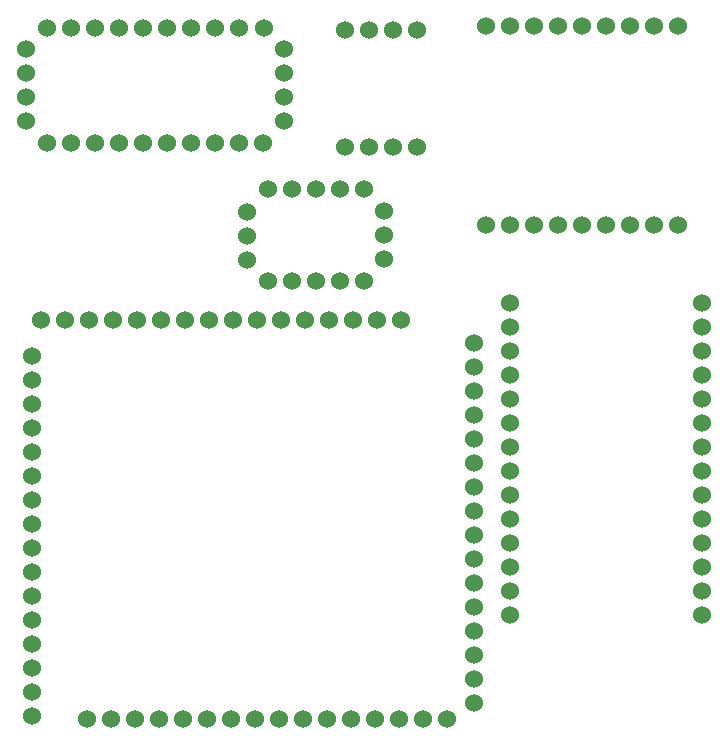
<source format=gbr>
%TF.GenerationSoftware,KiCad,Pcbnew,9.0.3*%
%TF.CreationDate,2026-01-16T17:31:19-07:00*%
%TF.ProjectId,Board1,426f6172-6431-42e6-9b69-6361645f7063,rev?*%
%TF.SameCoordinates,Original*%
%TF.FileFunction,Soldermask,Bot*%
%TF.FilePolarity,Negative*%
%FSLAX46Y46*%
G04 Gerber Fmt 4.6, Leading zero omitted, Abs format (unit mm)*
G04 Created by KiCad (PCBNEW 9.0.3) date 2026-01-16 17:31:19*
%MOMM*%
%LPD*%
G01*
G04 APERTURE LIST*
%ADD10C,1.524000*%
G04 APERTURE END LIST*
D10*
%TO.C,*%
X142190250Y-103292500D03*
%TD*%
%TO.C,*%
X104720250Y-110528000D03*
%TD*%
%TO.C,*%
X104722750Y-80043500D03*
%TD*%
%TO.C,*%
X142190250Y-97195000D03*
%TD*%
%TO.C,*%
X118244000Y-52250500D03*
%TD*%
%TO.C,*%
X142190250Y-82964000D03*
%TD*%
%TO.C,*%
X145186750Y-52106000D03*
%TD*%
%TO.C,*%
X155355750Y-52106000D03*
%TD*%
%TO.C,*%
X104720250Y-86134000D03*
%TD*%
%TO.C,*%
X161474750Y-99899500D03*
%TD*%
%TO.C,*%
X151290750Y-52106000D03*
%TD*%
%TO.C,*%
X123645750Y-110780000D03*
%TD*%
%TO.C,*%
X111451750Y-110777500D03*
%TD*%
%TO.C,*%
X104720250Y-88166000D03*
%TD*%
%TO.C,*%
X112133500Y-62004500D03*
%TD*%
%TO.C,*%
X126107500Y-58140500D03*
%TD*%
%TO.C,*%
X104720250Y-100367000D03*
%TD*%
%TO.C,*%
X124346000Y-62004500D03*
%TD*%
%TO.C,*%
X142190250Y-84996000D03*
%TD*%
%TO.C,*%
X128797250Y-73717000D03*
%TD*%
%TO.C,*%
X142190250Y-91091500D03*
%TD*%
%TO.C,*%
X159418750Y-52106000D03*
%TD*%
%TO.C,*%
X145183250Y-68978000D03*
%TD*%
%TO.C,*%
X124353000Y-52250500D03*
%TD*%
%TO.C,*%
X107514750Y-76995500D03*
%TD*%
%TO.C,*%
X159414750Y-68978000D03*
%TD*%
%TO.C,*%
X133806250Y-110780000D03*
%TD*%
%TO.C,*%
X129869250Y-76998000D03*
%TD*%
%TO.C,*%
X111572750Y-76998000D03*
%TD*%
%TO.C,*%
X104269000Y-54067000D03*
%TD*%
%TO.C,*%
X161474750Y-95834000D03*
%TD*%
%TO.C,*%
X151286750Y-68978000D03*
%TD*%
%TO.C,*%
X134572250Y-71821500D03*
%TD*%
%TO.C,*%
X149252250Y-52106000D03*
%TD*%
%TO.C,*%
X113479250Y-110780000D03*
%TD*%
%TO.C,*%
X142190250Y-80930500D03*
%TD*%
%TO.C,*%
X127838750Y-76998000D03*
%TD*%
%TO.C,*%
X113604750Y-76998000D03*
%TD*%
%TO.C,*%
X132825750Y-65906500D03*
%TD*%
%TO.C,*%
X119708750Y-76998000D03*
%TD*%
%TO.C,*%
X142190250Y-89059500D03*
%TD*%
%TO.C,*%
X114172000Y-62004500D03*
%TD*%
%TO.C,*%
X131276250Y-52416000D03*
%TD*%
%TO.C,*%
X109542250Y-76998000D03*
%TD*%
%TO.C,*%
X122982250Y-67812000D03*
%TD*%
%TO.C,*%
X104720250Y-92231000D03*
%TD*%
%TO.C,*%
X145208750Y-81663500D03*
%TD*%
%TO.C,*%
X116204000Y-62004500D03*
%TD*%
%TO.C,*%
X118237000Y-62004500D03*
%TD*%
%TO.C,*%
X133934750Y-76998000D03*
%TD*%
%TO.C,*%
X117670250Y-76998000D03*
%TD*%
%TO.C,*%
X104720250Y-94269500D03*
%TD*%
%TO.C,*%
X137372250Y-52416000D03*
%TD*%
%TO.C,*%
X117541750Y-110780000D03*
%TD*%
%TO.C,*%
X157384250Y-68978000D03*
%TD*%
%TO.C,*%
X135300250Y-62309500D03*
%TD*%
%TO.C,*%
X157387750Y-52106000D03*
%TD*%
%TO.C,*%
X129742750Y-110780000D03*
%TD*%
%TO.C,*%
X135966750Y-76998000D03*
%TD*%
%TO.C,*%
X104720250Y-108496000D03*
%TD*%
%TO.C,*%
X106043000Y-52250500D03*
%TD*%
%TO.C,*%
X125805750Y-76998000D03*
%TD*%
%TO.C,*%
X139903750Y-110780000D03*
%TD*%
%TO.C,*%
X122982250Y-69834500D03*
%TD*%
%TO.C,*%
X161474750Y-97866000D03*
%TD*%
%TO.C,*%
X153322750Y-52106000D03*
%TD*%
%TO.C,*%
X145208750Y-87766000D03*
%TD*%
%TO.C,*%
X155352250Y-68978000D03*
%TD*%
%TO.C,*%
X104269000Y-60163000D03*
%TD*%
%TO.C,*%
X104722750Y-82075500D03*
%TD*%
%TO.C,*%
X147220250Y-52106000D03*
%TD*%
%TO.C,*%
X161474750Y-81603000D03*
%TD*%
%TO.C,*%
X114178500Y-52250500D03*
%TD*%
%TO.C,*%
X145208750Y-85734000D03*
%TD*%
%TO.C,*%
X104720250Y-104430500D03*
%TD*%
%TO.C,*%
X142190250Y-87026500D03*
%TD*%
%TO.C,*%
X110101500Y-62004500D03*
%TD*%
%TO.C,*%
X132857250Y-73717000D03*
%TD*%
%TO.C,*%
X142190250Y-78898500D03*
%TD*%
%TO.C,*%
X119575250Y-110780000D03*
%TD*%
%TO.C,*%
X142187750Y-109382500D03*
%TD*%
%TO.C,*%
X145208750Y-79630500D03*
%TD*%
%TO.C,*%
X145208750Y-89799500D03*
%TD*%
%TO.C,*%
X122300000Y-62004500D03*
%TD*%
%TO.C,*%
X126107500Y-60163000D03*
%TD*%
%TO.C,*%
X115638250Y-76998000D03*
%TD*%
%TO.C,*%
X137871750Y-110780000D03*
%TD*%
%TO.C,*%
X143154750Y-52106000D03*
%TD*%
%TO.C,*%
X126107500Y-54067000D03*
%TD*%
%TO.C,*%
X106036000Y-62004500D03*
%TD*%
%TO.C,*%
X142187750Y-107350500D03*
%TD*%
%TO.C,*%
X104269000Y-58140500D03*
%TD*%
%TO.C,*%
X145208750Y-101992500D03*
%TD*%
%TO.C,*%
X135838250Y-110780000D03*
%TD*%
%TO.C,*%
X145208750Y-77598500D03*
%TD*%
%TO.C,*%
X145208750Y-99960500D03*
%TD*%
%TO.C,*%
X161474750Y-91770500D03*
%TD*%
%TO.C,*%
X104720250Y-84103000D03*
%TD*%
%TO.C,*%
X142190250Y-95156500D03*
%TD*%
%TO.C,*%
X161474750Y-89738500D03*
%TD*%
%TO.C,*%
X142190250Y-99227000D03*
%TD*%
%TO.C,*%
X123773750Y-76998000D03*
%TD*%
%TO.C,*%
X120276000Y-52250500D03*
%TD*%
%TO.C,*%
X130834250Y-73717000D03*
%TD*%
%TO.C,*%
X126720250Y-65906500D03*
%TD*%
%TO.C,*%
X142190250Y-93124500D03*
%TD*%
%TO.C,*%
X125677750Y-110780000D03*
%TD*%
%TO.C,*%
X110108500Y-52250500D03*
%TD*%
%TO.C,*%
X153318750Y-68978000D03*
%TD*%
%TO.C,*%
X104720250Y-106462500D03*
%TD*%
%TO.C,*%
X124697750Y-65906500D03*
%TD*%
%TO.C,*%
X137322750Y-62309500D03*
%TD*%
%TO.C,*%
X104720250Y-102400000D03*
%TD*%
%TO.C,*%
X122982250Y-71871500D03*
%TD*%
%TO.C,*%
X161474750Y-83635000D03*
%TD*%
%TO.C,*%
X145208750Y-97927000D03*
%TD*%
%TO.C,*%
X161474750Y-87705000D03*
%TD*%
%TO.C,*%
X142190250Y-101260500D03*
%TD*%
%TO.C,*%
X116210500Y-52250500D03*
%TD*%
%TO.C,*%
X145208750Y-93864500D03*
%TD*%
%TO.C,*%
X134572250Y-67748000D03*
%TD*%
%TO.C,*%
X149248250Y-68978000D03*
%TD*%
%TO.C,*%
X104720250Y-90199000D03*
%TD*%
%TO.C,*%
X143151250Y-68978000D03*
%TD*%
%TO.C,*%
X145208750Y-91831500D03*
%TD*%
%TO.C,*%
X115509750Y-110780000D03*
%TD*%
%TO.C,*%
X108075000Y-52250500D03*
%TD*%
%TO.C,*%
X161474750Y-77537500D03*
%TD*%
%TO.C,*%
X135349750Y-52416000D03*
%TD*%
%TO.C,*%
X145208750Y-95895000D03*
%TD*%
%TO.C,*%
X104269000Y-56103500D03*
%TD*%
%TO.C,*%
X161474750Y-79569500D03*
%TD*%
%TO.C,*%
X105482750Y-76995500D03*
%TD*%
%TO.C,*%
X161474750Y-101931500D03*
%TD*%
%TO.C,*%
X126107500Y-56103500D03*
%TD*%
%TO.C,*%
X147216250Y-68978000D03*
%TD*%
%TO.C,*%
X124729250Y-73717000D03*
%TD*%
%TO.C,*%
X121740750Y-76998000D03*
%TD*%
%TO.C,*%
X134572250Y-69784000D03*
%TD*%
%TO.C,*%
X130793750Y-65906500D03*
%TD*%
%TO.C,*%
X104720250Y-98335000D03*
%TD*%
%TO.C,*%
X133263250Y-62309500D03*
%TD*%
%TO.C,*%
X127710750Y-110780000D03*
%TD*%
%TO.C,*%
X104720250Y-96301500D03*
%TD*%
%TO.C,*%
X112140500Y-52250500D03*
%TD*%
%TO.C,*%
X142190250Y-105323000D03*
%TD*%
%TO.C,*%
X120269000Y-62004500D03*
%TD*%
%TO.C,*%
X128757250Y-65906500D03*
%TD*%
%TO.C,*%
X108068000Y-62004500D03*
%TD*%
%TO.C,*%
X131226750Y-62309500D03*
%TD*%
%TO.C,*%
X133312750Y-52416000D03*
%TD*%
%TO.C,*%
X121607250Y-110780000D03*
%TD*%
%TO.C,*%
X145208750Y-75567500D03*
%TD*%
%TO.C,*%
X131901250Y-76998000D03*
%TD*%
%TO.C,*%
X126761250Y-73717000D03*
%TD*%
%TO.C,*%
X122306500Y-52250500D03*
%TD*%
%TO.C,*%
X161474750Y-93803500D03*
%TD*%
%TO.C,*%
X131775750Y-110780000D03*
%TD*%
%TO.C,*%
X161474750Y-85673000D03*
%TD*%
%TO.C,*%
X145208750Y-83695500D03*
%TD*%
%TO.C,*%
X109419750Y-110777500D03*
%TD*%
%TO.C,*%
X161474750Y-75507000D03*
%TD*%
M02*

</source>
